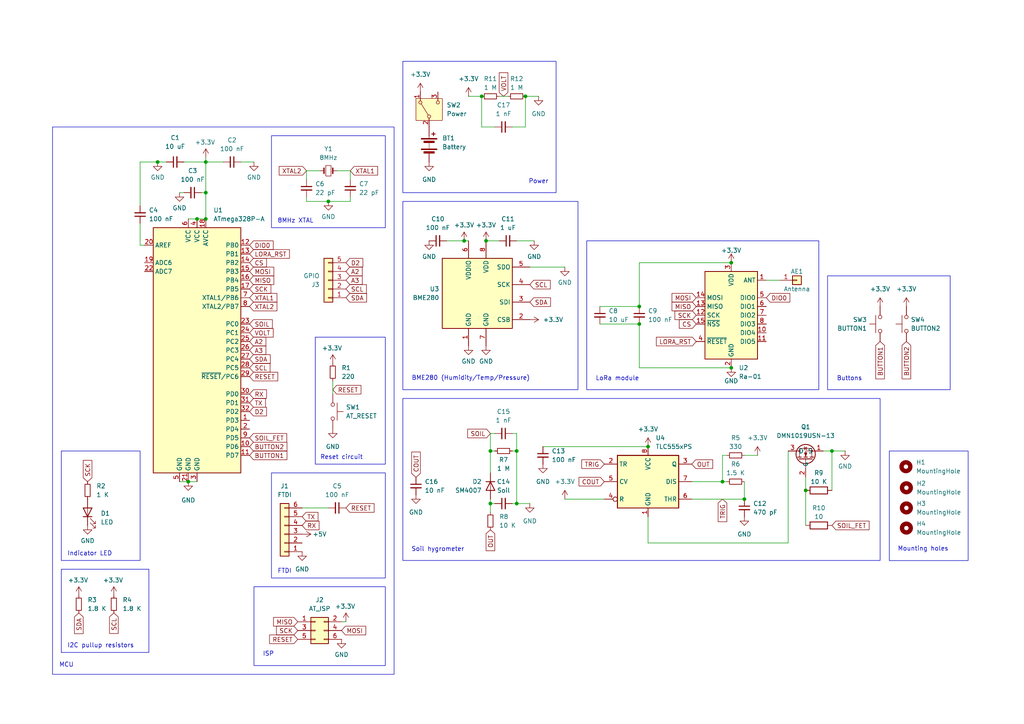
<source format=kicad_sch>
(kicad_sch (version 20231120) (generator "eeschema") (generator_version "8.0")
  (paper "A4")
  (lib_symbols
    (symbol "+3.3V_1" (power) (pin_numbers hide) (pin_names (offset 0) hide)
      (property "Value" "+3.3V" (at 0 3.556 0))
      (symbol "+3.3V_1_1_1"
        (pin power_in line (at 0 0 90) (length 0) (name "~") (number "1"))
      )
    )
    (symbol "+3.3V_2" (power) (pin_numbers hide) (pin_names (offset 0) hide)
      (property "Value" "+3.3V" (at 0 3.556 0))
      (symbol "+3.3V_2_1_1"
        (pin power_in line (at 0 0 90) (length 0) (name "~") (number "1"))
      )
    )
    (symbol "+3.3V_3" (power) (pin_numbers hide) (pin_names (offset 0) hide)
      (property "Value" "+3.3V" (at 0 3.556 0))
      (symbol "+3.3V_3_1_1"
        (pin power_in line (at 0 0 90) (length 0) (name "~") (number "1"))
      )
    )
    (symbol "+3.3V_4" (power) (pin_numbers hide) (pin_names (offset 0) hide)
      (property "Value" "+3.3V" (at 0 3.556 0))
      (symbol "+3.3V_4_1_1"
        (pin power_in line (at 0 0 90) (length 0) (name "~") (number "1"))
      )
    )
    (symbol "+3.3V_5" (power) (pin_numbers hide) (pin_names (offset 0) hide)
      (property "Value" "+3.3V" (at 0 3.556 0))
      (symbol "+3.3V_5_1_1"
        (pin power_in line (at 0 0 90) (length 0) (name "~") (number "1"))
      )
    )
    (symbol "+5V_1" (power) (pin_numbers hide) (pin_names (offset 0) hide)
      (property "Value" "+5V" (at 0 3.556 0))
      (symbol "+5V_1_1_1"
        (pin power_in line (at 0 0 90) (length 0) (name "~") (number "1"))
      )
    )
    (symbol "ATmega328P-A_1"
      (property "Reference" "U" (at -12.7 36.83 0))
      (property "Value" "ATmega328P-A" (at 2.54 -36.83 0))
      (symbol "ATmega328P-A_1_1_1"
        (pin bidirectional line (at 15.24 -20.32 180) (length 2.54) (name "PD3") (number "1"))
        (pin bidirectional line (at 15.24 -27.94 180) (length 2.54) (name "PD6") (number "10"))
        (pin bidirectional line (at 15.24 -30.48 180) (length 2.54) (name "PD7") (number "11"))
        (pin bidirectional line (at 15.24 30.48 180) (length 2.54) (name "PB0") (number "12"))
        (pin bidirectional line (at 15.24 27.94 180) (length 2.54) (name "PB1") (number "13"))
        (pin bidirectional line (at 15.24 25.4 180) (length 2.54) (name "PB2") (number "14"))
        (pin bidirectional line (at 15.24 22.86 180) (length 2.54) (name "PB3") (number "15"))
        (pin bidirectional line (at 15.24 20.32 180) (length 2.54) (name "PB4") (number "16"))
        (pin bidirectional line (at 15.24 17.78 180) (length 2.54) (name "PB5") (number "17"))
        (pin power_in line (at 2.54 38.1 270) (length 2.54) (name "AVCC") (number "18"))
        (pin input line (at -15.24 25.4 0) (length 2.54) (name "ADC6") (number "19"))
        (pin bidirectional line (at 15.24 -22.86 180) (length 2.54) (name "PD4") (number "2"))
        (pin passive line (at -15.24 30.48 0) (length 2.54) (name "AREF") (number "20"))
        (pin passive line (at -2.54 -38.1 90) (length 2.54) (name "GND") (number "21"))
        (pin input line (at -15.24 22.86 0) (length 2.54) (name "ADC7") (number "22"))
        (pin bidirectional line (at 15.24 7.62 180) (length 2.54) (name "PC0") (number "23"))
        (pin bidirectional line (at 15.24 5.08 180) (length 2.54) (name "PC1") (number "24"))
        (pin bidirectional line (at 15.24 2.54 180) (length 2.54) (name "PC2") (number "25"))
        (pin bidirectional line (at 15.24 0 180) (length 2.54) (name "PC3") (number "26"))
        (pin bidirectional line (at 15.24 -2.54 180) (length 2.54) (name "PC4") (number "27"))
        (pin bidirectional line (at 15.24 -5.08 180) (length 2.54) (name "PC5") (number "28"))
        (pin bidirectional line (at 15.24 -7.62 180) (length 2.54) (name "~{RESET}/PC6") (number "29"))
        (pin power_in line (at 0 -38.1 90) (length 2.54) (name "GND") (number "3"))
        (pin bidirectional line (at 15.24 -12.7 180) (length 2.54) (name "PD0") (number "30"))
        (pin bidirectional line (at 15.24 -15.24 180) (length 2.54) (name "PD1") (number "31"))
        (pin bidirectional line (at 15.24 -17.78 180) (length 2.54) (name "PD2") (number "32"))
        (pin power_in line (at 0 38.1 270) (length 2.54) (name "VCC") (number "4"))
        (pin passive line (at -5.08 -38.1 90) (length 2.54) (name "GND") (number "5"))
        (pin passive line (at -2.54 38.1 270) (length 2.54) (name "VCC") (number "6"))
        (pin bidirectional line (at 15.24 15.24 180) (length 2.54) (name "XTAL1/PB6") (number "7"))
        (pin bidirectional line (at 15.24 12.7 180) (length 2.54) (name "XTAL2/PB7") (number "8"))
        (pin bidirectional line (at 15.24 -25.4 180) (length 2.54) (name "PD5") (number "9"))
      )
    )
    (symbol "Connector_Generic:Conn_01x01" (pin_names (offset 1.016) hide)
      (property "Reference" "J" (at 0 2.54 0))
      (property "Value" "Conn_01x01" (at 0 -2.54 0))
      (symbol "Conn_01x01_1_1"
        (pin passive line (at -5.08 0 0) (length 3.81) (name "Pin_1") (number "1"))
      )
    )
    (symbol "Connector_Generic:Conn_01x05" (pin_names (offset 1.016) hide)
      (property "Reference" "J" (at 0 7.62 0))
      (property "Value" "Conn_01x05" (at 0 -7.62 0))
      (symbol "Conn_01x05_1_1"
        (pin passive line (at -5.08 5.08 0) (length 3.81) (name "Pin_1") (number "1"))
        (pin passive line (at -5.08 2.54 0) (length 3.81) (name "Pin_2") (number "2"))
        (pin passive line (at -5.08 0 0) (length 3.81) (name "Pin_3") (number "3"))
        (pin passive line (at -5.08 -2.54 0) (length 3.81) (name "Pin_4") (number "4"))
        (pin passive line (at -5.08 -5.08 0) (length 3.81) (name "Pin_5") (number "5"))
      )
    )
    (symbol "Connector_Generic:Conn_01x06" (pin_names (offset 1.016) hide)
      (property "Reference" "J" (at 0 7.62 0))
      (property "Value" "Conn_01x06" (at 0 -10.16 0))
      (symbol "Conn_01x06_1_1"
        (pin passive line (at -5.08 5.08 0) (length 3.81) (name "Pin_1") (number "1"))
        (pin passive line (at -5.08 2.54 0) (length 3.81) (name "Pin_2") (number "2"))
        (pin passive line (at -5.08 0 0) (length 3.81) (name "Pin_3") (number "3"))
        (pin passive line (at -5.08 -2.54 0) (length 3.81) (name "Pin_4") (number "4"))
        (pin passive line (at -5.08 -5.08 0) (length 3.81) (name "Pin_5") (number "5"))
        (pin passive line (at -5.08 -7.62 0) (length 3.81) (name "Pin_6") (number "6"))
      )
    )
    (symbol "Connector_Generic:Conn_02x03_Odd_Even" (pin_names (offset 1.016) hide)
      (property "Reference" "J" (at 1.27 5.08 0))
      (property "Value" "Conn_02x03_Odd_Even" (at 1.27 -5.08 0))
      (symbol "Conn_02x03_Odd_Even_1_1"
        (pin passive line (at -5.08 2.54 0) (length 3.81) (name "Pin_1") (number "1"))
        (pin passive line (at 7.62 2.54 180) (length 3.81) (name "Pin_2") (number "2"))
        (pin passive line (at -5.08 0 0) (length 3.81) (name "Pin_3") (number "3"))
        (pin passive line (at 7.62 0 180) (length 3.81) (name "Pin_4") (number "4"))
        (pin passive line (at -5.08 -2.54 0) (length 3.81) (name "Pin_5") (number "5"))
        (pin passive line (at 7.62 -2.54 180) (length 3.81) (name "Pin_6") (number "6"))
      )
    )
    (symbol "Device:Battery" (pin_numbers hide) (pin_names (offset 0) hide)
      (property "Reference" "BT" (at 2.54 2.54 0))
      (property "Value" "Battery" (at 2.54 0 0))
      (symbol "Battery_1_1"
        (pin passive line (at 0 5.08 270) (length 2.54) (name "+") (number "1"))
        (pin passive line (at 0 -5.08 90) (length 2.54) (name "-") (number "2"))
      )
    )
    (symbol "Device:C_Small" (pin_numbers hide) (pin_names (offset 0.254) hide)
      (property "Reference" "C" (at 0.254 1.778 0))
      (property "Value" "C_Small" (at 0.254 -2.032 0))
      (symbol "C_Small_1_1"
        (pin passive line (at 0 2.54 270) (length 2.032) (name "~") (number "1"))
        (pin passive line (at 0 -2.54 90) (length 2.032) (name "~") (number "2"))
      )
    )
    (symbol "Device:Crystal_Small" (pin_numbers hide) (pin_names (offset 1.016) hide)
      (property "Reference" "Y" (at 0 2.54 0))
      (property "Value" "Crystal_Small" (at 0 -2.54 0))
      (symbol "Crystal_Small_1_1"
        (pin passive line (at -2.54 0 0) (length 1.27) (name "1") (number "1"))
        (pin passive line (at 2.54 0 180) (length 1.27) (name "2") (number "2"))
      )
    )
    (symbol "Device:LED" (pin_numbers hide) (pin_names (offset 1.016) hide)
      (property "Reference" "D" (at 0 2.54 0))
      (property "Value" "LED" (at 0 -2.54 0))
      (symbol "LED_1_1"
        (pin passive line (at -3.81 0 0) (length 2.54) (name "K") (number "1"))
        (pin passive line (at 3.81 0 180) (length 2.54) (name "A") (number "2"))
      )
    )
    (symbol "Device:R" (pin_numbers hide) (pin_names (offset 0))
      (property "Reference" "R" (at 2.032 0 90))
      (property "Value" "R" (at 0 0 90))
      (symbol "R_1_1"
        (pin passive line (at 0 3.81 270) (length 1.27) (name "~") (number "1"))
        (pin passive line (at 0 -3.81 90) (length 1.27) (name "~") (number "2"))
      )
    )
    (symbol "Device:R_Small" (pin_numbers hide) (pin_names (offset 0.254) hide)
      (property "Reference" "R" (at 0.762 0.508 0))
      (property "Value" "R_Small" (at 0.762 -1.016 0))
      (symbol "R_Small_1_1"
        (pin passive line (at 0 2.54 270) (length 0.762) (name "~") (number "1"))
        (pin passive line (at 0 -2.54 90) (length 0.762) (name "~") (number "2"))
      )
    )
    (symbol "Diode:SM4007" (pin_numbers hide) (pin_names hide)
      (property "Reference" "D" (at 0 2.54 0))
      (property "Value" "SM4007" (at 0 -2.54 0))
      (symbol "SM4007_1_1"
        (pin passive line (at -3.81 0 0) (length 2.54) (name "K") (number "1"))
        (pin passive line (at 3.81 0 180) (length 2.54) (name "A") (number "2"))
      )
    )
    (symbol "GND_1" (power) (pin_numbers hide) (pin_names (offset 0) hide)
      (property "Value" "GND" (at 0 -3.81 0))
      (symbol "GND_1_1_1"
        (pin power_in line (at 0 0 270) (length 0) (name "~") (number "1"))
      )
    )
    (symbol "GND_15" (power) (pin_names (offset 0))
      (property "Value" "GND_15" (at 0 -3.81 0))
      (symbol "GND_15_1_1"
        (pin power_in line (at 0 0 270) (length 0) hide (name "GND") (number "1"))
      )
    )
    (symbol "GND_16" (power) (pin_numbers hide) (pin_names (offset 0) hide)
      (property "Value" "GND" (at 0 -3.81 0))
      (symbol "GND_16_1_1"
        (pin power_in line (at 0 0 270) (length 0) (name "~") (number "1"))
      )
    )
    (symbol "GND_3" (power) (pin_names (offset 0))
      (property "Value" "GND_3" (at 0 -3.81 0))
      (symbol "GND_3_1_1"
        (pin power_in line (at 0 0 270) (length 0) hide (name "GND") (number "1"))
      )
    )
    (symbol "GND_4" (power) (pin_names (offset 0))
      (property "Value" "GND_4" (at 0 -3.81 0))
      (symbol "GND_4_1_1"
        (pin power_in line (at 0 0 270) (length 0) hide (name "GND") (number "1"))
      )
    )
    (symbol "Mechanical:MountingHole" (pin_names (offset 1.016))
      (property "Reference" "H" (at 0 5.08 0))
      (property "Value" "MountingHole" (at 0 3.175 0))
    )
    (symbol "RF_Module:Ai-Thinker-Ra-01"
      (property "Reference" "U" (at 2.54 17.78 0))
      (property "Value" "Ai-Thinker-Ra-01" (at 13.97 -15.24 0))
      (symbol "Ai-Thinker-Ra-01_1_1"
        (pin passive line (at 10.16 10.16 180) (length 2.54) (name "ANT") (number "1"))
        (pin bidirectional line (at 10.16 -5.08 180) (length 2.54) (name "DIO4") (number "10"))
        (pin bidirectional line (at 10.16 -7.62 180) (length 2.54) (name "DIO5") (number "11"))
        (pin input line (at -10.16 0 0) (length 2.54) (name "SCK") (number "12"))
        (pin output line (at -10.16 2.54 0) (length 2.54) (name "MISO") (number "13"))
        (pin input line (at -10.16 5.08 0) (length 2.54) (name "MOSI") (number "14"))
        (pin input line (at -10.16 -2.54 0) (length 2.54) (name "~{NSS}") (number "15"))
        (pin passive line (at 0 -15.24 90) (length 2.54) hide (name "GND") (number "16"))
        (pin power_in line (at 0 -15.24 90) (length 2.54) (name "GND") (number "2"))
        (pin power_in line (at 0 15.24 270) (length 2.54) (name "VDD") (number "3"))
        (pin input line (at -10.16 -7.62 0) (length 2.54) (name "~{RESET}") (number "4"))
        (pin bidirectional line (at 10.16 5.08 180) (length 2.54) (name "DIO0") (number "5"))
        (pin bidirectional line (at 10.16 2.54 180) (length 2.54) (name "DIO1") (number "6"))
        (pin bidirectional line (at 10.16 0 180) (length 2.54) (name "DIO2") (number "7"))
        (pin bidirectional line (at 10.16 -2.54 180) (length 2.54) (name "DIO3") (number "8"))
        (pin passive line (at 0 -15.24 90) (length 2.54) hide (name "GND") (number "9"))
      )
    )
    (symbol "Sensor:BME280"
      (property "Reference" "U" (at -8.89 11.43 0))
      (property "Value" "BME280" (at 7.62 11.43 0))
      (symbol "BME280_1_1"
        (pin power_in line (at -2.54 -15.24 90) (length 5.08) (name "GND") (number "1"))
        (pin input line (at 15.24 -7.62 180) (length 5.08) (name "CSB") (number "2"))
        (pin bidirectional line (at 15.24 -2.54 180) (length 5.08) (name "SDI") (number "3"))
        (pin input line (at 15.24 2.54 180) (length 5.08) (name "SCK") (number "4"))
        (pin bidirectional line (at 15.24 7.62 180) (length 5.08) (name "SDO") (number "5"))
        (pin power_in line (at -2.54 15.24 270) (length 5.08) (name "VDDIO") (number "6"))
        (pin power_in line (at 2.54 -15.24 90) (length 5.08) (name "GND") (number "7"))
        (pin power_in line (at 2.54 15.24 270) (length 5.08) (name "VDD") (number "8"))
      )
    )
    (symbol "Switch:SW_Push" (pin_numbers hide) (pin_names (offset 1.016) hide)
      (property "Reference" "SW" (at 1.27 2.54 0))
      (property "Value" "SW_Push" (at 0 -1.524 0))
      (symbol "SW_Push_0_1"
        (pin passive line (at -5.08 0 0) (length 2.54) (name "1") (number "1"))
        (pin passive line (at 5.08 0 180) (length 2.54) (name "2") (number "2"))
      )
    )
    (symbol "Switch:SW_SPDT" (pin_names (offset 0) hide)
      (property "Reference" "SW" (at 0 5.08 0))
      (property "Value" "SW_SPDT" (at 0 -5.08 0))
      (symbol "SW_SPDT_1_1"
        (pin passive line (at 5.08 2.54 180) (length 2.54) (name "A") (number "1"))
        (pin passive line (at -5.08 0 0) (length 2.54) (name "B") (number "2"))
        (pin passive line (at 5.08 -2.54 180) (length 2.54) (name "C") (number "3"))
      )
    )
    (symbol "Timer:TLC555xPS"
      (property "Reference" "U" (at -10.16 8.89 0))
      (property "Value" "TLC555xPS" (at 2.54 8.89 0))
      (symbol "TLC555xPS_0_0"
        (pin power_in line (at 0 -10.16 90) (length 2.54) (name "GND") (number "1"))
        (pin power_in line (at 0 10.16 270) (length 2.54) (name "VCC") (number "8"))
      )
      (symbol "TLC555xPS_1_1"
        (pin input line (at -12.7 5.08 0) (length 3.81) (name "TR") (number "2"))
        (pin output line (at 12.7 5.08 180) (length 3.81) (name "Q") (number "3"))
        (pin input inverted (at -12.7 -5.08 0) (length 3.81) (name "R") (number "4"))
        (pin input line (at -12.7 0 0) (length 3.81) (name "CV") (number "5"))
        (pin input line (at 12.7 -5.08 180) (length 3.81) (name "THR") (number "6"))
        (pin input line (at 12.7 0 180) (length 3.81) (name "DIS") (number "7"))
      )
    )
    (symbol "Transistor_FET:DMN1019USN-13"
      (property "Reference" "U" (at 0 0 0))
      (symbol "DMN1019USN-13_1_1"
        (pin passive line (at -3.81 -5.08 90) (length 2.54) (name "S") (number "1"))
        (pin input line (at -11.43 0 0) (length 2.54) (name "G") (number "2"))
        (pin passive line (at -3.81 5.08 270) (length 2.54) (name "D") (number "3"))
      )
    )
    (symbol "power:+3.3V" (power) (pin_names (offset 0))
      (property "Value" "+3.3V" (at 0 3.556 0))
      (symbol "+3.3V_1_1"
        (pin power_in line (at 0 0 90) (length 0) hide (name "+3.3V") (number "1"))
      )
    )
    (symbol "power:GND" (power) (pin_numbers hide) (pin_names (offset 0) hide)
      (property "Value" "GND" (at 0 -3.81 0))
      (symbol "GND_1_1"
        (pin power_in line (at 0 0 270) (length 0) (name "~") (number "1"))
      )
    )
    (symbol "symbols:C_Small" (pin_numbers hide) (pin_names (offset 0.254) hide)
      (property "Reference" "C" (at 0.254 1.778 0))
      (property "Value" "C_Small" (at 0.254 -2.032 0))
      (symbol "C_Small_1_1"
        (pin passive line (at 0 2.54 270) (length 2.032) (name "~") (number "1"))
        (pin passive line (at 0 -2.54 90) (length 2.032) (name "~") (number "2"))
      )
    )
  )
  (junction (at 149.86 130.81))
  (junction (at 152.4 27.94))
  (junction (at 142.24 146.05))
  (junction (at 185.42 88.9))
  (junction (at 215.9 144.78))
  (junction (at 209.55 139.7))
  (junction (at 140.97 69.85))
  (junction (at 54.61 139.7))
  (junction (at 95.25 58.42))
  (junction (at 241.3 130.81))
  (junction (at 139.7 27.94))
  (junction (at 59.69 55.88))
  (junction (at 45.72 46.99))
  (junction (at 185.42 93.98))
  (junction (at 57.15 63.5))
  (junction (at 134.62 69.85))
  (junction (at 212.09 76.2))
  (junction (at 233.68 142.24))
  (junction (at 212.09 106.68))
  (junction (at 59.69 46.99))
  (junction (at 187.96 129.54))
  (junction (at 142.24 130.81))
  (junction (at 149.86 146.05))
  (junction (at 59.69 63.5))
  (wire (pts (xy 101.6 49.53) (xy 97.79 49.53)))
  (wire (pts (xy 215.9 139.7) (xy 215.9 144.78)))
  (wire (pts (xy 149.86 130.81) (xy 148.59 130.81)))
  (wire (pts (xy 96.52 110.49) (xy 96.52 114.3)))
  (wire (pts (xy 142.24 144.78) (xy 142.24 146.05)))
  (wire (pts (xy 233.68 138.43) (xy 233.68 142.24)))
  (wire (pts (xy 245.11 130.81) (xy 241.3 130.81)))
  (wire (pts (xy 185.42 88.9) (xy 185.42 76.2)))
  (wire (pts (xy 139.7 36.83) (xy 143.51 36.83)))
  (wire (pts (xy 135.89 27.94) (xy 139.7 27.94)))
  (wire (pts (xy 215.9 132.08) (xy 219.71 132.08)))
  (wire (pts (xy 54.61 139.7) (xy 57.15 139.7)))
  (wire (pts (xy 40.64 46.99) (xy 45.72 46.99)))
  (wire (pts (xy 53.34 46.99) (xy 59.69 46.99)))
  (wire (pts (xy 149.86 146.05) (xy 149.86 130.81)))
  (wire (pts (xy 200.66 144.78) (xy 215.9 144.78)))
  (wire (pts (xy 149.86 125.73) (xy 149.86 130.81)))
  (wire (pts (xy 54.61 63.5) (xy 57.15 63.5)))
  (wire (pts (xy 88.9 58.42) (xy 88.9 57.15)))
  (wire (pts (xy 209.55 132.08) (xy 210.82 132.08)))
  (wire (pts (xy 73.66 46.99) (xy 69.85 46.99)))
  (wire (pts (xy 163.83 144.78) (xy 175.26 144.78)))
  (wire (pts (xy 152.4 27.94) (xy 156.21 27.94)))
  (wire (pts (xy 142.24 146.05) (xy 143.51 146.05)))
  (wire (pts (xy 152.4 36.83) (xy 152.4 27.94)))
  (wire (pts (xy 185.42 106.68) (xy 212.09 106.68)))
  (wire (pts (xy 139.7 27.94) (xy 139.7 36.83)))
  (wire (pts (xy 210.82 139.7) (xy 209.55 139.7)))
  (wire (pts (xy 200.66 139.7) (xy 209.55 139.7)))
  (wire (pts (xy 226.06 81.28) (xy 222.25 81.28)))
  (wire (pts (xy 185.42 76.2) (xy 212.09 76.2)))
  (wire (pts (xy 173.99 88.9) (xy 185.42 88.9)))
  (wire (pts (xy 100.33 180.34) (xy 99.06 180.34)))
  (wire (pts (xy 101.6 49.53) (xy 101.6 52.07)))
  (wire (pts (xy 40.64 64.77) (xy 40.64 71.12)))
  (wire (pts (xy 148.59 146.05) (xy 149.86 146.05)))
  (wire (pts (xy 88.9 49.53) (xy 92.71 49.53)))
  (wire (pts (xy 238.76 130.81) (xy 241.3 130.81)))
  (wire (pts (xy 149.86 125.73) (xy 148.59 125.73)))
  (wire (pts (xy 148.59 36.83) (xy 152.4 36.83)))
  (wire (pts (xy 40.64 71.12) (xy 41.91 71.12)))
  (wire (pts (xy 59.69 46.99) (xy 59.69 55.88)))
  (wire (pts (xy 173.99 93.98) (xy 185.42 93.98)))
  (wire (pts (xy 59.69 46.99) (xy 64.77 46.99)))
  (wire (pts (xy 142.24 130.81) (xy 142.24 137.16)))
  (wire (pts (xy 59.69 45.72) (xy 59.69 46.99)))
  (wire (pts (xy 59.69 55.88) (xy 59.69 63.5)))
  (wire (pts (xy 209.55 132.08) (xy 209.55 139.7)))
  (wire (pts (xy 57.15 63.5) (xy 59.69 63.5)))
  (wire (pts (xy 58.42 55.88) (xy 59.69 55.88)))
  (wire (pts (xy 142.24 146.05) (xy 142.24 148.59)))
  (wire (pts (xy 142.24 125.73) (xy 143.51 125.73)))
  (wire (pts (xy 142.24 125.73) (xy 142.24 130.81)))
  (wire (pts (xy 129.54 69.85) (xy 134.62 69.85)))
  (wire (pts (xy 95.25 58.42) (xy 101.6 58.42)))
  (wire (pts (xy 40.64 46.99) (xy 40.64 59.69)))
  (wire (pts (xy 157.48 129.54) (xy 187.96 129.54)))
  (wire (pts (xy 149.86 146.05) (xy 153.67 146.05)))
  (wire (pts (xy 228.6 157.48) (xy 228.6 130.81)))
  (wire (pts (xy 241.3 130.81) (xy 241.3 142.24)))
  (wire (pts (xy 187.96 157.48) (xy 228.6 157.48)))
  (wire (pts (xy 233.68 142.24) (xy 233.68 152.4)))
  (wire (pts (xy 185.42 93.98) (xy 185.42 106.68)))
  (wire (pts (xy 140.97 69.85) (xy 144.78 69.85)))
  (wire (pts (xy 153.67 77.47) (xy 163.83 77.47)))
  (wire (pts (xy 147.32 27.94) (xy 144.78 27.94)))
  (wire (pts (xy 143.51 130.81) (xy 142.24 130.81)))
  (wire (pts (xy 88.9 52.07) (xy 88.9 49.53)))
  (wire (pts (xy 88.9 58.42) (xy 95.25 58.42)))
  (wire (pts (xy 187.96 149.86) (xy 187.96 157.48)))
  (wire (pts (xy 45.72 46.99) (xy 48.26 46.99)))
  (wire (pts (xy 134.62 69.85) (xy 135.89 69.85)))
  (wire (pts (xy 101.6 57.15) (xy 101.6 58.42)))
  (wire (pts (xy 54.61 139.7) (xy 52.07 139.7)))
  (wire (pts (xy 52.07 55.88) (xy 53.34 55.88)))
  (wire (pts (xy 95.25 147.32) (xy 87.63 147.32)))
  (wire (pts (xy 149.86 69.85) (xy 154.94 69.85)))
  (rectangle (start 17.78 165.1) (end 43.18 189.23))
  (rectangle (start 116.84 58.42) (end 167.64 113.03))
  (rectangle (start 78.74 39.37) (end 111.76 66.04))
  (rectangle (start 240.03 80.01) (end 275.59 113.03))
  (rectangle (start 116.84 17.78) (end 161.29 55.88))
  (rectangle (start 116.84 115.57) (end 255.27 162.56))
  (rectangle (start 170.18 69.85) (end 237.49 113.03))
  (rectangle (start 91.44 97.79) (end 111.76 134.62))
  (rectangle (start 257.9401 130.81) (end 280.8001 162.5849))
  (rectangle (start 15.24 36.83) (end 114.3 195.58))
  (rectangle (start 73.66 170.18) (end 111.76 193.04))
  (rectangle (start 78.74 137.16) (end 111.76 167.64))
  (rectangle (start 17.78 130.81) (end 40.64 162.56))
  (text "Power" (at 156.21 52.705 0) (effects (font (size 1.27 1.27))))
  (text "LoRa module" (at 179.07 109.855 0) (effects (font (size 1.27 1.27))))
  (text "Buttons\n" (at 246.38 109.855 0) (effects (font (size 1.27 1.27))))
  (text "Reset circuit" (at 99.06 132.715 0) (effects (font (size 1.27 1.27))))
  (text "FTDI" (at 82.55 165.735 0) (effects (font (size 1.27 1.27))))
  (text "Indicator LED" (at 26.035 160.655 0) (effects (font (size 1.27 1.27))))
  (text "BME280 (Humidity/Temp/Pressure)" (at 119.38 110.49 0) (effects (font (size 1.27 1.27)) (justify left bottom)))
  (text "I2C pullup resistors" (at 29.21 187.325 0) (effects (font (size 1.27 1.27))))
  (text "8MHz XTAL" (at 85.725 64.135 0) (effects (font (size 1.27 1.27))))
  (text "MCU" (at 17.145 193.675 0) (effects (font (size 1.27 1.27)) (justify left bottom)))
  (text "Soil hygrometer" (at 127 159.385 0) (effects (font (size 1.27 1.27))))
  (text "ISP" (at 76.2 190.5 0) (effects (font (size 1.27 1.27)) (justify left bottom)))
  (text "Mounting holes" (at 260.35 160.02 0) (effects (font (size 1.27 1.27)) (justify left bottom)))
  (global_label "OUT" (shape input) (at 142.24 153.67 270) (property "Intersheetrefs" "${INTERSHEET_REFS}" (effects (hide yes))))
  (global_label "SCL" (shape input) (at 153.67 82.55 0) (property "Intersheetrefs" "${INTERSHEET_REFS}" (effects (hide yes))))
  (global_label "XTAL2" (shape input) (at 88.9 49.53 180) (property "Intersheetrefs" "${INTERSHEET_REFS}" (effects (hide yes))))
  (global_label "MISO" (shape input) (at 86.36 180.34 180) (property "Intersheetrefs" "${INTERSHEET_REFS}" (effects (hide yes))))
  (global_label "LORA_RST" (shape input) (at 201.93 99.06 180) (property "Intersheetrefs" "${INTERSHEET_REFS}" (effects (hide yes))))
  (global_label "RESET" (shape input) (at 72.39 109.22 0) (property "Intersheetrefs" "${INTERSHEET_REFS}" (effects (hide yes))))
  (global_label "D2" (shape input) (at 100.33 76.2 0) (property "Intersheetrefs" "${INTERSHEET_REFS}" (effects (hide yes))))
  (global_label "COUT" (shape input) (at 175.26 139.7 180) (property "Intersheetrefs" "${INTERSHEET_REFS}" (effects (hide yes))))
  (global_label "SDA" (shape input) (at 100.33 86.36 0) (property "Intersheetrefs" "${INTERSHEET_REFS}" (effects (hide yes))))
  (global_label "SDA" (shape input) (at 22.86 177.8 270) (property "Intersheetrefs" "${INTERSHEET_REFS}" (effects (hide yes))))
  (global_label "XTAL1" (shape input) (at 72.39 86.36 0) (property "Intersheetrefs" "${INTERSHEET_REFS}" (effects (hide yes))))
  (global_label "SCK" (shape input) (at 86.36 182.88 180) (property "Intersheetrefs" "${INTERSHEET_REFS}" (effects (hide yes))))
  (global_label "XTAL1" (shape input) (at 101.6 49.53 0) (property "Intersheetrefs" "${INTERSHEET_REFS}" (effects (hide yes))))
  (global_label "SOIL" (shape input) (at 142.24 125.73 180) (property "Intersheetrefs" "${INTERSHEET_REFS}" (effects (hide yes))))
  (global_label "BUTTON1" (shape input) (at 255.27 99.06 270) (property "Intersheetrefs" "${INTERSHEET_REFS}" (effects (hide yes))))
  (global_label "RX" (shape input) (at 87.63 152.4 0) (property "Intersheetrefs" "${INTERSHEET_REFS}" (effects (hide yes))))
  (global_label "TRIG" (shape input) (at 175.26 134.62 180) (property "Intersheetrefs" "${INTERSHEET_REFS}" (effects (hide yes))))
  (global_label "SOIL" (shape input) (at 72.39 93.98 0) (property "Intersheetrefs" "${INTERSHEET_REFS}" (effects (hide yes))))
  (global_label "SCK" (shape input) (at 72.39 83.82 0) (property "Intersheetrefs" "${INTERSHEET_REFS}" (effects (hide yes))))
  (global_label "CS" (shape input) (at 201.93 93.98 180) (property "Intersheetrefs" "${INTERSHEET_REFS}" (effects (hide yes))))
  (global_label "SOIL_FET" (shape input) (at 72.39 127 0) (property "Intersheetrefs" "${INTERSHEET_REFS}" (effects (hide yes))))
  (global_label "D2" (shape input) (at 72.39 119.38 0) (property "Intersheetrefs" "${INTERSHEET_REFS}" (effects (hide yes))))
  (global_label "SDA" (shape input) (at 72.39 104.14 0) (property "Intersheetrefs" "${INTERSHEET_REFS}" (effects (hide yes))))
  (global_label "SOIL_FET" (shape input) (at 241.3 152.4 0) (property "Intersheetrefs" "${INTERSHEET_REFS}" (effects (hide yes))))
  (global_label "SCL" (shape input) (at 72.39 106.68 0) (property "Intersheetrefs" "${INTERSHEET_REFS}" (effects (hide yes))))
  (global_label "SCL" (shape input) (at 100.33 83.82 0) (property "Intersheetrefs" "${INTERSHEET_REFS}" (effects (hide yes))))
  (global_label "XTAL2" (shape input) (at 72.39 88.9 0) (property "Intersheetrefs" "${INTERSHEET_REFS}" (effects (hide yes))))
  (global_label "DIO0" (shape input) (at 72.39 71.12 0) (property "Intersheetrefs" "${INTERSHEET_REFS}" (effects (hide yes))))
  (global_label "LORA_RST" (shape input) (at 72.39 73.66 0) (property "Intersheetrefs" "${INTERSHEET_REFS}" (effects (hide yes))))
  (global_label "A2" (shape input) (at 72.39 99.06 0) (property "Intersheetrefs" "${INTERSHEET_REFS}" (effects (hide yes))))
  (global_label "DIO0" (shape input) (at 222.25 86.36 0) (property "Intersheetrefs" "${INTERSHEET_REFS}" (effects (hide yes))))
  (global_label "VOLT" (shape input) (at 72.39 96.52 0) (property "Intersheetrefs" "${INTERSHEET_REFS}" (effects (hide yes))))
  (global_label "VOLT" (shape input) (at 146.05 27.94 90) (property "Intersheetrefs" "${INTERSHEET_REFS}" (effects (hide yes))))
  (global_label "SCL" (shape input) (at 33.02 177.8 270) (property "Intersheetrefs" "${INTERSHEET_REFS}" (effects (hide yes))))
  (global_label "RESET" (shape input) (at 86.36 185.42 180) (property "Intersheetrefs" "${INTERSHEET_REFS}" (effects (hide yes))))
  (global_label "A3" (shape input) (at 100.33 81.28 0) (property "Intersheetrefs" "${INTERSHEET_REFS}" (effects (hide yes))))
  (global_label "RESET" (shape input) (at 96.52 113.03 0) (property "Intersheetrefs" "${INTERSHEET_REFS}" (effects (hide yes))))
  (global_label "MOSI" (shape input) (at 72.39 78.74 0) (property "Intersheetrefs" "${INTERSHEET_REFS}" (effects (hide yes))))
  (global_label "COUT" (shape input) (at 120.65 138.43 90) (property "Intersheetrefs" "${INTERSHEET_REFS}" (effects (hide yes))))
  (global_label "SCK" (shape input) (at 25.4 139.7 90) (property "Intersheetrefs" "${INTERSHEET_REFS}" (effects (hide yes))))
  (global_label "MISO" (shape input) (at 72.39 81.28 0) (property "Intersheetrefs" "${INTERSHEET_REFS}" (effects (hide yes))))
  (global_label "A3" (shape input) (at 72.39 101.6 0) (property "Intersheetrefs" "${INTERSHEET_REFS}" (effects (hide yes))))
  (global_label "BUTTON2" (shape input) (at 262.89 99.06 270) (property "Intersheetrefs" "${INTERSHEET_REFS}" (effects (hide yes))))
  (global_label "TRIG" (shape input) (at 209.55 144.78 270) (property "Intersheetrefs" "${INTERSHEET_REFS}" (effects (hide yes))))
  (global_label "OUT" (shape input) (at 200.66 134.62 0) (property "Intersheetrefs" "${INTERSHEET_REFS}" (effects (hide yes))))
  (global_label "RESET" (shape input) (at 100.33 147.32 0) (property "Intersheetrefs" "${INTERSHEET_REFS}" (effects (hide yes))))
  (global_label "RX" (shape input) (at 72.39 114.3 0) (property "Intersheetrefs" "${INTERSHEET_REFS}" (effects (hide yes))))
  (global_label "TX" (shape input) (at 72.39 116.84 0) (property "Intersheetrefs" "${INTERSHEET_REFS}" (effects (hide yes))))
  (global_label "BUTTON2" (shape input) (at 72.39 129.54 0) (property "Intersheetrefs" "${INTERSHEET_REFS}" (effects (hide yes))))
  (global_label "BUTTON1" (shape input) (at 72.39 132.08 0) (property "Intersheetrefs" "${INTERSHEET_REFS}" (effects (hide yes))))
  (global_label "A2" (shape input) (at 100.33 78.74 0) (property "Intersheetrefs" "${INTERSHEET_REFS}" (effects (hide yes))))
  (global_label "SCK" (shape input) (at 201.93 91.44 180) (property "Intersheetrefs" "${INTERSHEET_REFS}" (effects (hide yes))))
  (global_label "TX" (shape input) (at 87.63 149.86 0) (property "Intersheetrefs" "${INTERSHEET_REFS}" (effects (hide yes))))
  (global_label "SDA" (shape input) (at 153.67 87.63 0) (property "Intersheetrefs" "${INTERSHEET_REFS}" (effects (hide yes))))
  (global_label "MOSI" (shape input) (at 201.93 86.36 180) (property "Intersheetrefs" "${INTERSHEET_REFS}" (effects (hide yes))))
  (global_label "CS" (shape input) (at 72.39 76.2 0) (property "Intersheetrefs" "${INTERSHEET_REFS}" (effects (hide yes))))
  (global_label "MOSI" (shape input) (at 99.06 182.88 0) (property "Intersheetrefs" "${INTERSHEET_REFS}" (effects (hide yes))))
  (global_label "MISO" (shape input) (at 201.93 88.9 180) (property "Intersheetrefs" "${INTERSHEET_REFS}" (effects (hide yes))))
  (symbol (lib_id "Switch:SW_Push") (at 262.89 93.98 90) (unit 1)
    (property "Reference" "SW4" (at 264.16 92.7099 90) (effects (justify right)))
    (property "Value" "BUTTON2" (at 264.16 95.2499 90) (effects (justify right)))
    (property "Footprint" "Button_Switch_SMD:SW_SPST_CK_RS282G05A3" (effects (hide yes)))
  )
  (symbol (lib_name "GND_16") (lib_id "power:GND") (at 245.11 130.81 0) (unit 1)
    (property "Reference" "#PWR038" (effects (hide yes)))
    (property "Value" "GND" (at 245.11 135.255 0))
    (property "Description" "Power symbol creates a global label with name \"GND\" , ground" (effects (hide yes)))
  )
  (symbol (lib_id "Device:R_Small") (at 22.86 175.26 180) (unit 1)
    (property "Reference" "R3" (at 25.4 173.9899 0) (effects (justify right)))
    (property "Value" "1.8 K" (at 25.4 176.5299 0) (effects (justify right)))
    (property "Footprint" "Resistor_SMD:R_0603_1608Metric" (effects (hide yes)))
    (property "LCSC" "C4177" (effects (hide yes)))
  )
  (symbol (lib_name "GND_15") (lib_id "power:GND") (at 96.52 124.46 0) (unit 1)
    (property "Reference" "#PWR06" (effects (hide yes)))
    (property "Value" "GND" (at 96.52 129.54 0))
  )
  (symbol (lib_id "Device:R_Small") (at 213.36 139.7 90) (unit 1)
    (property "Reference" "R6" (at 213.36 134.62 90))
    (property "Value" "1.5 K" (at 213.36 137.16 90))
    (property "Footprint" "Resistor_SMD:R_0402_1005Metric" (effects (hide yes)))
    (property "Description" "Resistor, small symbol" (effects (hide yes)))
  )
  (symbol (lib_id "Connector_Generic:Conn_01x01") (at 231.14 81.28 0) (unit 1)
    (property "Reference" "AE1" (at 231.14 78.74 0))
    (property "Value" "Antenna" (at 231.14 83.82 0))
    (property "Footprint" "Connector_PinHeader_2.54mm:PinHeader_1x01_P2.54mm_Vertical" (effects (hide yes)))
    (property "Description" "Generic connector, single row, 01x01, script generated (kicad-library-utils/schlib/autogen/connector/)" (effects (hide yes)))
  )
  (symbol (lib_name "GND_4") (lib_id "power:GND") (at 99.06 185.42 0) (unit 1)
    (property "Reference" "#PWR015" (effects (hide yes)))
    (property "Value" "GND" (at 99.06 189.865 0))
  )
  (symbol (lib_id "Device:R") (at 237.49 152.4 90) (unit 1)
    (property "Reference" "R10" (at 237.49 147.32 90))
    (property "Value" "10" (at 237.49 149.86 90))
    (property "Footprint" "Resistor_SMD:R_0402_1005Metric" (effects (hide yes)))
    (property "LCSC" "C25077" (effects (hide yes)))
  )
  (symbol (lib_id "Device:C_Small") (at 157.48 132.08 0) (unit 1)
    (property "Reference" "C13" (at 160.02 130.8162 0) (effects (justify left)))
    (property "Value" "100 nF" (at 160.02 133.3562 0) (effects (justify left)))
    (property "Footprint" "Capacitor_SMD:C_0402_1005Metric" (effects (hide yes)))
    (property "Description" "Unpolarized capacitor, small symbol" (effects (hide yes)))
    (property "LCSC" "C1525" (effects (hide yes)))
  )
  (symbol (lib_id "Switch:SW_Push") (at 255.27 93.98 90) (unit 1)
    (property "Reference" "SW3" (at 251.46 92.7099 90) (effects (justify left)))
    (property "Value" "BUTTON1" (at 251.46 95.2499 90) (effects (justify left)))
    (property "Footprint" "Button_Switch_SMD:SW_SPST_CK_RS282G05A3" (effects (hide yes)))
  )
  (symbol (lib_name "+3.3V_3") (lib_id "power:+3.3V") (at 255.27 88.9 0) (unit 1)
    (property "Reference" "#PWR032" (effects (hide yes)))
    (property "Value" "+3.3V" (at 255.27 83.82 0))
    (property "Description" "Power symbol creates a global label with name \"+3.3V\"" (effects (hide yes)))
  )
  (symbol (lib_id "Mechanical:MountingHole") (at 262.89 153.162 0) (unit 1)
    (property "Reference" "H4" (at 265.8141 151.892 0) (effects (justify left)))
    (property "Value" "MountingHole" (at 265.8141 154.432 0) (effects (justify left)))
    (property "Footprint" "MountingHole:MountingHole_2.2mm_M2" (effects (hide yes)))
  )
  (symbol (lib_id "power:+3.3V") (at 100.33 180.34 0) (unit 1)
    (property "Reference" "#PWR014" (effects (hide yes)))
    (property "Value" "+3.3V" (at 97.155 175.895 0) (effects (justify left)))
  )
  (symbol (lib_name "+3.3V_1") (lib_id "power:+3.3V") (at 135.89 27.94 0) (unit 1)
    (property "Reference" "#PWR039" (effects (hide yes)))
    (property "Value" "+3.3V" (at 135.89 22.86 0))
    (property "Description" "Power symbol creates a global label with name \"+3.3V\"" (effects (hide yes)))
  )
  (symbol (lib_id "power:+3.3V") (at 33.02 172.72 0) (unit 1)
    (property "Reference" "#PWR013" (effects (hide yes)))
    (property "Value" "+3.3V" (at 29.845 168.275 0) (effects (justify left)))
  )
  (symbol (lib_id "Device:C_Small") (at 55.88 55.88 270) (unit 1)
    (property "Reference" "C3" (at 55.8736 49.53 90))
    (property "Value" "100 nF" (at 55.8736 52.07 90))
    (property "Footprint" "Capacitor_SMD:C_0402_1005Metric" (effects (hide yes)))
    (property "Description" "Unpolarized capacitor, small symbol" (effects (hide yes)))
    (property "LCSC" "C1525" (effects (hide yes)))
  )
  (symbol (lib_id "Device:C_Small") (at 146.05 146.05 90) (unit 1)
    (property "Reference" "C14" (at 146.0563 139.7 90))
    (property "Value" "Soil" (at 146.0563 142.24 90))
    (property "Footprint" "Sensor_Humidity:Soil" (effects (hide yes)))
    (property "Description" "Unpolarized capacitor, small symbol" (effects (hide yes)))
  )
  (symbol (lib_id "Device:Crystal_Small") (at 95.25 49.53 0) (unit 1)
    (property "Reference" "Y1" (at 95.25 43.18 0))
    (property "Value" "8MHz" (at 95.25 45.72 0))
    (property "Footprint" "Crystal:Crystal_HC18-U_Vertical" (effects (hide yes)))
  )
  (symbol (lib_id "Device:C_Small") (at 173.99 91.44 0) (unit 1)
    (property "Reference" "C8" (at 176.53 90.1762 0) (effects (justify left)))
    (property "Value" "10 uF" (at 176.53 92.7162 0) (effects (justify left)))
    (property "Footprint" "Capacitor_SMD:C_0603_1608Metric" (effects (hide yes)))
    (property "Description" "Unpolarized capacitor, small symbol" (effects (hide yes)))
    (property "LCSC" "C19702" (effects (hide yes)))
  )
  (symbol (lib_id "Mechanical:MountingHole") (at 262.7599 135.3571 0) (unit 1)
    (property "Reference" "H1" (at 265.684 134.0871 0) (effects (justify left)))
    (property "Value" "MountingHole" (at 265.684 136.6271 0) (effects (justify left)))
    (property "Footprint" "MountingHole:MountingHole_2.2mm_M2" (effects (hide yes)))
  )
  (symbol (lib_name "GND_15") (lib_id "power:GND") (at 140.97 100.33 0) (unit 1)
    (property "Reference" "#PWR025" (effects (hide yes)))
    (property "Value" "GND" (at 140.97 104.8004 0))
  )
  (symbol (lib_name "GND_15") (lib_id "power:GND") (at 163.83 77.47 0) (unit 1)
    (property "Reference" "#PWR022" (effects (hide yes)))
    (property "Value" "GND" (at 163.83 81.9404 0))
  )
  (symbol (lib_id "power:+3.3V") (at 134.62 69.85 0) (unit 1)
    (property "Reference" "#PWR019" (effects (hide yes)))
    (property "Value" "+3.3V" (at 134.62 65.278 0))
  )
  (symbol (lib_id "Device:C_Small") (at 215.9 147.32 0) (unit 1)
    (property "Reference" "C12" (at 218.44 146.0562 0) (effects (justify left)))
    (property "Value" "470 pF" (at 218.44 148.5962 0) (effects (justify left)))
    (property "Footprint" "Capacitor_SMD:C_0402_1005Metric" (effects (hide yes)))
    (property "Description" "Unpolarized capacitor, small symbol" (effects (hide yes)))
  )
  (symbol (lib_id "Transistor_FET:DMN1019USN-13") (at 233.68 127 90) (unit 1)
    (property "Reference" "Q1" (at 233.68 123.825 90))
    (property "Value" "DMN1019USN-13" (at 233.68 126.365 90))
    (property "Footprint" "Package_TO_SOT_SMD:SC-59_Handsoldering" (effects (hide yes)))
    (property "Datasheet" "https://ngspice.sourceforge.io/docs/ngspice-manual.pdf" (effects (hide yes)))
    (property "Sim.Device" "NMOS" (effects (hide yes)))
    (property "Sim.Type" "VDMOS" (effects (hide yes)))
    (property "Sim.Pins" "1=D 2=G 3=S" (effects (hide yes)))
    (property "LCSC" "C145103" (effects (hide yes)))
  )
  (symbol (lib_name "GND_15") (lib_id "power:GND") (at 52.07 55.88 0) (unit 1)
    (property "Reference" "#PWR04" (effects (hide yes)))
    (property "Value" "GND" (at 52.07 60.325 0))
  )
  (symbol (lib_id "Device:C_Small") (at 88.9 54.61 0) (unit 1)
    (property "Reference" "C6" (at 91.44 53.3462 0) (effects (justify left)))
    (property "Value" "22 pF" (at 91.44 55.8862 0) (effects (justify left)))
    (property "Footprint" "Capacitor_SMD:C_0402_1005Metric" (effects (hide yes)))
  )
  (symbol (lib_id "Device:C_Small") (at 146.05 125.73 270) (unit 1)
    (property "Reference" "C15" (at 146.0436 119.38 90))
    (property "Value" "1 nF" (at 146.0436 121.92 90))
    (property "Footprint" "Capacitor_SMD:C_0402_1005Metric" (effects (hide yes)))
    (property "Description" "Unpolarized capacitor, small symbol" (effects (hide yes)))
  )
  (symbol (lib_id "power:GND") (at 215.9 149.86 0) (unit 1)
    (property "Reference" "#PWR036" (effects (hide yes)))
    (property "Value" "GND" (at 215.9 154.94 0))
    (property "Description" "Power symbol creates a global label with name \"GND\" , ground" (effects (hide yes)))
  )
  (symbol (lib_id "Device:C_Small") (at 185.42 91.44 0) (unit 1)
    (property "Reference" "C9" (at 187.96 90.1762 0) (effects (justify left)))
    (property "Value" "100 nF" (at 187.96 92.7162 0) (effects (justify left)))
    (property "Footprint" "Capacitor_SMD:C_0603_1608Metric" (effects (hide yes)))
    (property "Description" "Unpolarized capacitor, small symbol" (effects (hide yes)))
    (property "LCSC" "C14663" (effects (hide yes)))
  )
  (symbol (lib_name "+3.3V_2") (lib_id "power:+3.3V") (at 163.83 144.78 0) (unit 1)
    (property "Reference" "#PWR034" (effects (hide yes)))
    (property "Value" "+3.3V" (at 163.83 139.7 0))
    (property "Description" "Power symbol creates a global label with name \"+3.3V\"" (effects (hide yes)))
  )
  (symbol (lib_id "Device:C_Small") (at 97.79 147.32 270) (unit 1)
    (property "Reference" "C5" (at 97.7836 140.97 90))
    (property "Value" "100 nF" (at 97.7836 143.51 90))
    (property "Footprint" "Capacitor_SMD:C_0402_1005Metric" (effects (hide yes)))
    (property "Description" "Unpolarized capacitor, small symbol" (effects (hide yes)))
    (property "LCSC" "C1525" (effects (hide yes)))
  )
  (symbol (lib_id "power:GND") (at 124.46 46.99 0) (unit 1)
    (property "Reference" "#PWR026" (effects (hide yes)))
    (property "Value" "GND" (at 124.46 52.07 0))
    (property "Description" "Power symbol creates a global label with name \"GND\" , ground" (effects (hide yes)))
  )
  (symbol (lib_id "Device:R_Small") (at 146.05 130.81 270) (unit 1)
    (property "Reference" "R7" (at 146.05 133.35 90))
    (property "Value" "1 M" (at 146.05 135.89 90))
    (property "Footprint" "Resistor_SMD:R_0402_1005Metric" (effects (hide yes)))
    (property "Description" "Resistor, small symbol" (effects (hide yes)))
  )
  (symbol (lib_id "Switch:SW_SPDT") (at 124.46 31.75 90) (unit 1)
    (property "Reference" "SW2" (at 129.54 30.4799 90) (effects (justify right)))
    (property "Value" "Power" (at 129.54 33.0199 90) (effects (justify right)))
    (property "Footprint" "Button_Switch_THT:SW_Slide_SPDT" (effects (hide yes)))
    (property "Description" "Switch, single pole double throw" (effects (hide yes)))
  )
  (symbol (lib_name "+3.3V_5") (lib_id "power:+3.3V") (at 212.09 76.2 0) (unit 1)
    (property "Reference" "#PWR016" (effects (hide yes)))
    (property "Value" "+3.3V" (at 212.09 72.644 0))
    (property "Description" "Power symbol creates a global label with name \"+3.3V\"" (effects (hide yes)))
  )
  (symbol (lib_id "Device:R_Small") (at 149.86 27.94 270) (unit 1)
    (property "Reference" "R12" (at 149.86 22.86 90))
    (property "Value" "1 M" (at 149.86 25.4 90))
    (property "Footprint" "Resistor_SMD:R_0402_1005Metric" (effects (hide yes)))
    (property "Description" "Resistor, small symbol" (effects (hide yes)))
  )
  (symbol (lib_id "Connector_Generic:Conn_01x05") (at 95.25 81.28 180) (unit 1)
    (property "Reference" "J3" (at 92.71 82.5501 0) (effects (justify left)))
    (property "Value" "GPIO" (at 92.71 80.0101 0) (effects (justify left)))
    (property "Footprint" "Connector_PinHeader_2.54mm:PinHeader_1x05_P2.54mm_Vertical" (effects (hide yes)))
    (property "Description" "Generic connector, single row, 01x05, script generated (kicad-library-utils/schlib/autogen/connector/)" (effects (hide yes)))
  )
  (symbol (lib_name "GND_15") (lib_id "power:GND") (at 45.72 46.99 0) (unit 1)
    (property "Reference" "#PWR02" (effects (hide yes)))
    (property "Value" "GND" (at 45.72 51.435 0))
  )
  (symbol (lib_id "Device:Battery") (at 124.46 41.91 0) (unit 1)
    (property "Reference" "BT1" (at 128.27 40.0684 0) (effects (justify left)))
    (property "Value" "Battery" (at 128.27 42.6084 0) (effects (justify left)))
    (property "Footprint" "Battery:BatteryHolder_Keystone_2469_2xAAA" (effects (hide yes)))
    (property "Description" "Multiple-cell battery" (effects (hide yes)))
  )
  (symbol (lib_id "power:+3.3V") (at 96.52 105.41 0) (unit 1)
    (property "Reference" "#PWR05" (effects (hide yes)))
    (property "Value" "+3.3V" (at 93.345 100.965 0) (effects (justify left)))
  )
  (symbol (lib_id "Sensor:BME280") (at 138.43 85.09 0) (unit 1)
    (property "Reference" "U3" (at 127.4064 83.82 0) (effects (justify right)))
    (property "Value" "BME280" (at 127.4064 86.36 0) (effects (justify right)))
    (property "Footprint" "Package_LGA:Bosch_LGA-8_2.5x2.5mm_P0.65mm_ClockwisePinNumbering" (effects (hide yes)))
    (property "Datasheet" "https://www.bosch-sensortec.com/media/boschsensortec/downloads/datasheets/bst-bme280-ds002.pdf" (effects (hide yes)))
    (property "LCSC" "C92489" (effects (hide yes)))
  )
  (symbol (lib_name "GND_3") (lib_id "power:GND") (at 25.4 152.4 0) (unit 1)
    (property "Reference" "#PWR08" (effects (hide yes)))
    (property "Value" "GND" (at 25.4 156.845 0))
  )
  (symbol (lib_id "Device:R_Small") (at 25.4 142.24 180) (unit 1)
    (property "Reference" "R2" (at 27.94 140.9699 0) (effects (justify right)))
    (property "Value" "1 K" (at 27.94 143.5099 0) (effects (justify right)))
    (property "Footprint" "Resistor_SMD:R_0402_1005Metric" (effects (hide yes)))
    (property "LCSC" "C11702" (effects (hide yes)))
  )
  (symbol (lib_id "Device:LED") (at 25.4 148.59 90) (unit 1)
    (property "Reference" "D1" (at 29.21 148.9074 90) (effects (justify right)))
    (property "Value" "LED" (at 29.21 151.4474 90) (effects (justify right)))
    (property "Footprint" "LED_SMD:LED_0603_1608Metric" (effects (hide yes)))
    (property "LCSC" "C2286" (effects (hide yes)))
  )
  (symbol (lib_id "Device:R_Small") (at 213.36 132.08 90) (unit 1)
    (property "Reference" "R5" (at 213.36 127 90))
    (property "Value" "330" (at 213.36 129.54 90))
    (property "Footprint" "Resistor_SMD:R_0402_1005Metric" (effects (hide yes)))
    (property "Description" "Resistor, small symbol" (effects (hide yes)))
  )
  (symbol (lib_id "symbols:C_Small") (at 127 69.85 90) (unit 1)
    (property "Reference" "C10" (at 127.0063 63.5 90))
    (property "Value" "100 nF" (at 127.0063 66.04 90))
    (property "Footprint" "Capacitor_SMD:C_0402_1005Metric" (effects (hide yes)))
    (property "Description" "Unpolarized capacitor, small symbol" (effects (hide yes)))
    (property "LCSC" "C1525" (effects (hide yes)))
  )
  (symbol (lib_id "Device:C_Small") (at 101.6 54.61 180) (unit 1)
    (property "Reference" "C7" (at 104.14 53.3335 0) (effects (justify right)))
    (property "Value" "22 pF" (at 104.14 55.8735 0) (effects (justify right)))
    (property "Footprint" "Capacitor_SMD:C_0402_1005Metric" (effects (hide yes)))
  )
  (symbol (lib_id "Device:C_Small") (at 120.65 140.97 0) (unit 1)
    (property "Reference" "C16" (at 123.19 139.7062 0) (effects (justify left)))
    (property "Value" "10 nF" (at 123.19 142.2462 0) (effects (justify left)))
    (property "Footprint" "Capacitor_SMD:C_0402_1005Metric" (effects (hide yes)))
    (property "Description" "Unpolarized capacitor, small symbol" (effects (hide yes)))
  )
  (symbol (lib_name "+3.3V_3") (lib_id "power:+3.3V") (at 262.89 88.9 0) (unit 1)
    (property "Reference" "#PWR031" (effects (hide yes)))
    (property "Value" "+3.3V" (at 262.89 83.82 0))
    (property "Description" "Power symbol creates a global label with name \"+3.3V\"" (effects (hide yes)))
  )
  (symbol (lib_id "Device:C_Small") (at 40.64 62.23 180) (unit 1)
    (property "Reference" "C4" (at 43.18 60.9535 0) (effects (justify right)))
    (property "Value" "100 nF" (at 43.18 63.4935 0) (effects (justify right)))
    (property "Footprint" "Capacitor_SMD:C_0402_1005Metric" (effects (hide yes)))
    (property "Description" "Unpolarized capacitor, small symbol" (effects (hide yes)))
    (property "LCSC" "C1525" (effects (hide yes)))
  )
  (symbol (lib_id "Mechanical:MountingHole") (at 262.89 141.478 0) (unit 1)
    (property "Reference" "H2" (at 265.8141 140.208 0) (effects (justify left)))
    (property "Value" "MountingHole" (at 265.8141 142.748 0) (effects (justify left)))
    (property "Footprint" "MountingHole:MountingHole_2.2mm_M2" (effects (hide yes)))
  )
  (symbol (lib_id "Mechanical:MountingHole") (at 262.89 147.32 0) (unit 1)
    (property "Reference" "H3" (at 265.8141 146.05 0) (effects (justify left)))
    (property "Value" "MountingHole" (at 265.8141 148.59 0) (effects (justify left)))
    (property "Footprint" "MountingHole:MountingHole_2.2mm_M2" (effects (hide yes)))
  )
  (symbol (lib_id "power:+3.3V") (at 59.69 45.72 0) (unit 1)
    (property "Reference" "#PWR01" (effects (hide yes)))
    (property "Value" "+3.3V" (at 56.515 41.275 0) (effects (justify left)))
  )
  (symbol (lib_name "GND_15") (lib_id "power:GND") (at 135.89 100.33 0) (unit 1)
    (property "Reference" "#PWR024" (effects (hide yes)))
    (property "Value" "GND" (at 135.89 104.8004 0))
  )
  (symbol (lib_id "Device:R_Small") (at 33.02 175.26 180) (unit 1)
    (property "Reference" "R4" (at 35.56 173.9899 0) (effects (justify right)))
    (property "Value" "1.8 K" (at 35.56 176.5299 0) (effects (justify right)))
    (property "Footprint" "Resistor_SMD:R_0603_1608Metric" (effects (hide yes)))
    (property "LCSC" "C4177" (effects (hide yes)))
  )
  (symbol (lib_id "Device:R") (at 237.49 142.24 90) (unit 1)
    (property "Reference" "R9" (at 237.49 137.16 90))
    (property "Value" "10 K" (at 237.49 139.7 90))
    (property "Footprint" "Resistor_SMD:R_0402_1005Metric" (effects (hide yes)))
    (property "LCSC" "C25744" (effects (hide yes)))
  )
  (symbol (lib_name "GND_15") (lib_id "power:GND") (at 154.94 69.85 0) (unit 1)
    (property "Reference" "#PWR021" (effects (hide yes)))
    (property "Value" "GND" (at 154.94 74.422 0))
  )
  (symbol (lib_id "Device:C_Small") (at 146.05 36.83 90) (unit 1)
    (property "Reference" "C17" (at 146.0563 30.48 90))
    (property "Value" "1 nF" (at 146.0563 33.02 90))
    (property "Footprint" "Capacitor_SMD:C_0402_1005Metric" (effects (hide yes)))
    (property "Description" "Unpolarized capacitor, small symbol" (effects (hide yes)))
  )
  (symbol (lib_id "power:GND") (at 120.65 143.51 0) (unit 1)
    (property "Reference" "#PWR033" (effects (hide yes)))
    (property "Value" "GND" (at 120.65 148.59 0))
    (property "Description" "Power symbol creates a global label with name \"GND\" , ground" (effects (hide yes)))
  )
  (symbol (lib_id "Connector_Generic:Conn_01x06") (at 82.55 154.94 180) (unit 1)
    (property "Reference" "J1" (at 82.55 140.97 0))
    (property "Value" "FTDI" (at 82.55 143.51 0))
    (property "Footprint" "Connector_PinHeader_2.54mm:PinHeader_1x06_P2.54mm_Vertical" (effects (hide yes)))
    (property "Description" "Generic connector, single row, 01x06, script generated (kicad-library-utils/schlib/autogen/connector/)" (effects (hide yes)))
  )
  (symbol (lib_name "GND_15") (lib_id "power:GND") (at 87.63 160.02 0) (unit 1)
    (property "Reference" "#PWR011" (effects (hide yes)))
    (property "Value" "GND" (at 87.63 165.1 0))
  )
  (symbol (lib_id "Connector_Generic:Conn_02x03_Odd_Even") (at 91.44 182.88 0) (unit 1)
    (property "Reference" "J2" (at 92.71 173.99 0))
    (property "Value" "AT_ISP" (at 92.71 176.53 0))
    (property "Footprint" "Connector_PinHeader_2.54mm:PinHeader_2x03_P2.54mm_Vertical" (effects (hide yes)))
  )
  (symbol (lib_name "GND_1") (lib_id "power:GND") (at 212.09 106.68 0) (unit 1)
    (property "Reference" "#PWR017" (effects (hide yes)))
    (property "Value" "GND" (at 212.09 110.49 0))
    (property "Description" "Power symbol creates a global label with name \"GND\" , ground" (effects (hide yes)))
  )
  (symbol (lib_id "power:GND") (at 156.21 27.94 0) (unit 1)
    (property "Reference" "#PWR037" (effects (hide yes)))
    (property "Value" "GND" (at 156.21 33.02 0))
    (property "Description" "Power symbol creates a global label with name \"GND\" , ground" (effects (hide yes)))
  )
  (symbol (lib_id "Device:C_Small") (at 50.8 46.99 90) (unit 1)
    (property "Reference" "C1" (at 50.8063 39.9542 90))
    (property "Value" "10 uF" (at 50.8063 42.4942 90))
    (property "Footprint" "Capacitor_SMD:C_0603_1608Metric" (effects (hide yes)))
    (property "LCSC" "C19702" (effects (hide yes)))
  )
  (symbol (lib_id "Diode:SM4007") (at 142.24 140.97 270) (unit 1)
    (property "Reference" "D2" (at 139.7 139.6999 90) (effects (justify right)))
    (property "Value" "SM4007" (at 139.7 142.2399 90) (effects (justify right)))
    (property "Footprint" "Diode_SMD:D_MicroMELF" (effects (hide yes)))
    (property "Datasheet" "http://cdn-reichelt.de/documents/datenblatt/A400/SMD1N400%23DIO.pdf" (effects (hide yes)))
    (property "Description" "1000V 1A General Purpose Rectifier Diode, MELF" (effects (hide yes)))
    (property "Sim.Device" "D" (effects (hide yes)))
    (property "Sim.Pins" "1=K 2=A" (effects (hide yes)))
  )
  (symbol (lib_id "Device:R_Small") (at 142.24 151.13 0) (unit 1)
    (property "Reference" "R8" (at 144.78 149.8599 0) (effects (justify left)))
    (property "Value" "10 K" (at 144.78 152.3999 0) (effects (justify left)))
    (property "Footprint" "Resistor_SMD:R_0402_1005Metric" (effects (hide yes)))
    (property "Description" "Resistor, small symbol" (effects (hide yes)))
  )
  (symbol (lib_id "Device:R_Small") (at 142.24 27.94 270) (unit 1)
    (property "Reference" "R11" (at 142.24 22.86 90))
    (property "Value" "1 M" (at 142.24 25.4 90))
    (property "Footprint" "Resistor_SMD:R_0402_1005Metric" (effects (hide yes)))
    (property "Description" "Resistor, small symbol" (effects (hide yes)))
  )
  (symbol (lib_id "Switch:SW_Push") (at 96.52 119.38 270) (unit 1)
    (property "Reference" "SW1" (at 100.33 118.1099 90) (effects (justify left)))
    (property "Value" "AT_RESET" (at 100.33 120.6499 90) (effects (justify left)))
    (property "Footprint" "Button_Switch_SMD:SW_SPST_CK_RS282G05A3" (effects (hide yes)))
  )
  (symbol (lib_name "GND_15") (lib_id "power:GND") (at 124.46 69.85 0) (unit 1)
    (property "Reference" "#PWR018" (effects (hide yes)))
    (property "Value" "GND" (at 124.46 74.422 0))
  )
  (symbol (lib_id "power:+3.3V") (at 22.86 172.72 0) (unit 1)
    (property "Reference" "#PWR012" (effects (hide yes)))
    (property "Value" "+3.3V" (at 19.685 168.275 0) (effects (justify left)))
  )
  (symbol (lib_id "power:GND") (at 153.67 146.05 0) (unit 1)
    (property "Reference" "#PWR028" (effects (hide yes)))
    (property "Value" "GND" (at 153.67 151.13 0))
    (property "Description" "Power symbol creates a global label with name \"GND\" , ground" (effects (hide yes)))
  )
  (symbol (lib_name "+3.3V_4") (lib_id "power:+3.3V") (at 219.71 132.08 0) (unit 1)
    (property "Reference" "#PWR035" (effects (hide yes)))
    (property "Value" "+3.3V" (at 219.71 127 0))
    (property "Description" "Power symbol creates a global label with name \"+3.3V\"" (effects (hide yes)))
  )
  (symbol (lib_id "power:+3.3V") (at 140.97 69.85 0) (unit 1)
    (property "Reference" "#PWR020" (effects (hide yes)))
    (property "Value" "+3.3V" (at 140.97 65.278 0))
  )
  (symbol (lib_name "ATmega328P-A_1") (lib_id "MCU_Microchip_ATmega:ATmega328P-A") (at 57.15 101.6 0) (unit 1)
    (property "Reference" "U1" (at 61.8841 60.96 0) (effects (justify left)))
    (property "Value" "ATmega328P-A" (at 61.8841 63.5 0) (effects (justify left)))
    (property "Footprint" "Package_QFP:TQFP-32_7x7mm_P0.8mm" (effects (hide yes)))
    (property "Datasheet" "http://ww1.microchip.com/downloads/en/DeviceDoc/ATmega328_P%20AVR%20MCU%20with%20picoPower%20Technology%20Data%20Sheet%2040001984A.pdf" (effects (hide yes)))
  )
  (symbol (lib_id "Device:C_Small") (at 67.31 46.99 270) (unit 1)
    (property "Reference" "C2" (at 67.3036 40.64 90))
    (property "Value" "100 nF" (at 67.3036 43.18 90))
    (property "Footprint" "Capacitor_SMD:C_0402_1005Metric" (effects (hide yes)))
    (property "Description" "Unpolarized capacitor, small symbol" (effects (hide yes)))
    (property "LCSC" "C1525" (effects (hide yes)))
  )
  (symbol (lib_name "GND_15") (lib_id "power:GND") (at 95.25 58.42 0) (unit 1)
    (property "Reference" "#PWR010" (effects (hide yes)))
    (property "Value" "GND" (at 95.25 62.865 0))
  )
  (symbol (lib_id "Device:C_Small") (at 147.32 69.85 90) (unit 1)
    (property "Reference" "C11" (at 147.3263 63.5 90))
    (property "Value" "1 uF" (at 147.3263 66.04 90))
    (property "Footprint" "Capacitor_SMD:C_0402_1005Metric" (effects (hide yes)))
    (property "LCSC" "C52923" (effects (hide yes)))
  )
  (symbol (lib_id "power:GND") (at 157.48 134.62 0) (unit 1)
    (property "Reference" "#PWR030" (effects (hide yes)))
    (property "Value" "GND" (at 157.48 139.7 0))
    (property "Description" "Power symbol creates a global label with name \"GND\" , ground" (effects (hide yes)))
  )
  (symbol (lib_id "Device:R_Small") (at 96.52 107.95 0) (unit 1)
    (property "Reference" "R1" (at 99.06 106.6799 0) (effects (justify left)))
    (property "Value" "220" (at 99.06 109.2199 0) (effects (justify left)))
    (property "Footprint" "Resistor_SMD:R_0402_1005Metric" (effects (hide yes)))
  )
  (symbol (lib_name "GND_15") (lib_id "power:GND") (at 73.66 46.99 0) (unit 1)
    (property "Reference" "#PWR03" (effects (hide yes)))
    (property "Value" "GND" (at 73.66 51.435 0))
  )
  (symbol (lib_name "+3.3V_2") (lib_id "power:+3.3V") (at 187.96 129.54 0) (unit 1)
    (property "Reference" "#PWR029" (effects (hide yes)))
    (property "Value" "+3.3V" (at 187.96 124.46 0))
    (property "Description" "Power symbol creates a global label with name \"+3.3V\"" (effects (hide yes)))
  )
  (symbol (lib_id "RF_Module:Ai-Thinker-Ra-01") (at 212.09 91.44 0) (unit 1)
    (property "Reference" "U2" (at 214.2841 106.68 0) (effects (justify left)))
    (property "Value" "Ra-01" (at 214.2841 109.22 0) (effects (justify left)))
    (property "Footprint" "RF_Module:Ai-Thinker-Ra-01-LoRa" (effects (hide yes)))
    (property "Datasheet" "http://wiki.ai-thinker.com/_media/lora/docs/c047ps01a1_ra-01_product_specification_v1.1.pdf" (effects (hide yes)))
    (property "Description" "Ai-Thinker Ra-01 410-525 MHz LoRa Module, SPI interface, external antenna" (effects (hide yes)))
    (property "LCSC" "C2830750" (effects (hide yes)))
  )
  (symbol (lib_name "GND_15") (lib_id "power:GND") (at 54.61 139.7 0) (unit 1)
    (property "Reference" "#PWR07" (effects (hide yes)))
    (property "Value" "GND" (at 54.61 145.0848 0))
  )
  (symbol (lib_id "Timer:TLC555xPS") (at 187.96 139.7 0) (unit 1)
    (property "Reference" "U4" (at 190.1541 127 0) (effects (justify left)))
    (property "Value" "TLC555xPS" (at 190.1541 129.54 0) (effects (justify left)))
    (property "Footprint" "Package_SO:VSSOP-8_3.0x3.0mm_P0.65mm" (effects (hide yes)))
    (property "Datasheet" "http://www.ti.com/lit/ds/symlink/tlc555.pdf" (effects (hide yes)))
    (property "Description" "Single LinCMOS Timer, 555 compatible, VSSOP-8" (effects (hide yes)))
  )
  (symbol (lib_id "power:+3.3V") (at 153.67 92.71 270) (unit 1)
    (property "Reference" "#PWR023" (effects (hide yes)))
    (property "Value" "+3.3V" (at 157.48 92.71 90) (effects (justify left)))
  )
  (symbol (lib_name "+3.3V_1") (lib_id "power:+3.3V") (at 121.92 26.67 0) (unit 1)
    (property "Reference" "#PWR027" (effects (hide yes)))
    (property "Value" "+3.3V" (at 121.92 21.59 0))
    (property "Description" "Power symbol creates a global label with name \"+3.3V\"" (effects (hide yes)))
  )
  (symbol (lib_name "+5V_1") (lib_id "power:+5V") (at 87.63 154.94 270) (unit 1)
    (property "Reference" "#PWR09" (effects (hide yes)))
    (property "Value" "+5V" (at 92.71 154.94 90))
    (property "Description" "Power symbol creates a global label with name \"+5V\"" (effects (hide yes)))
  )
)
</source>
